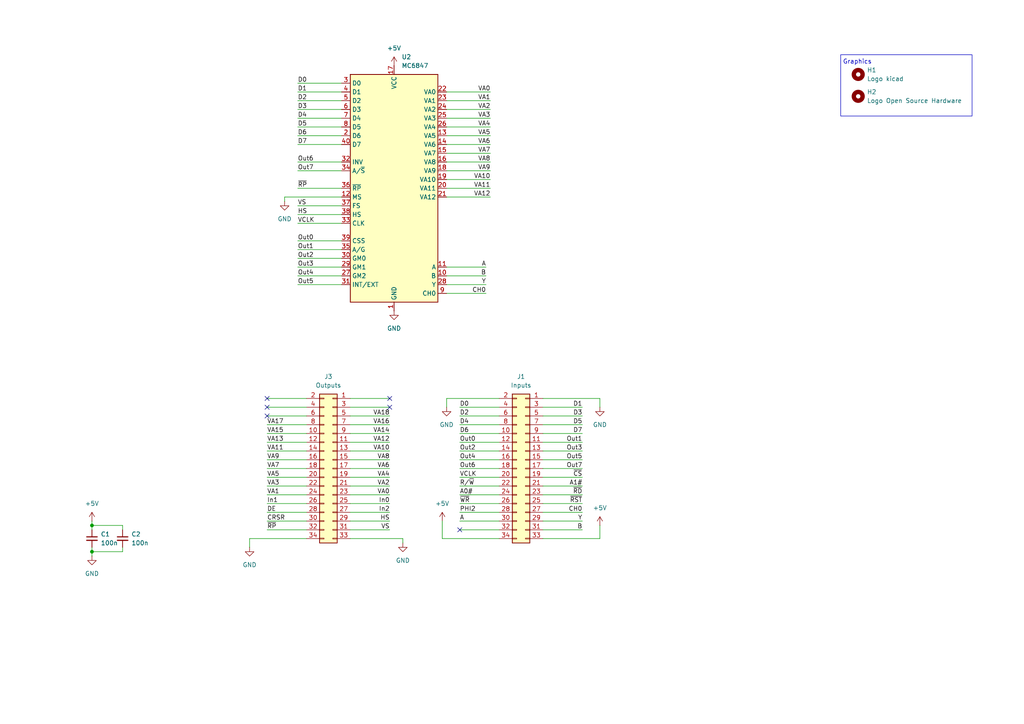
<source format=kicad_sch>
(kicad_sch (version 20231120) (generator "eeschema") (generator_version "8.0")
  (paper "A4")
  (title_block (title "Unicomp v3 - Video Board - MC9847 Adapter") (date "2025-01-28") (rev "v0.1") (company "100% Offner") (comment 1 "v0.1: Initial"))
  (lib_symbols
    (symbol "Connector_Generic:Conn_02x17_Odd_Even" (pin_names (offset 1.016) hide)
      (property "Reference" "J" (at 1.27 22.86 0))
      (property "Value" "Conn_02x17_Odd_Even" (at 1.27 -22.86 0))
      (symbol "Conn_02x17_Odd_Even_1_1"
        (rectangle (start -1.27 -20.193) (end 0 -20.447) (stroke (width 0.1524)))
        (rectangle (start -1.27 -17.653) (end 0 -17.907) (stroke (width 0.1524)))
        (rectangle (start -1.27 -15.113) (end 0 -15.367) (stroke (width 0.1524)))
        (rectangle (start -1.27 -12.573) (end 0 -12.827) (stroke (width 0.1524)))
        (rectangle (start -1.27 -10.033) (end 0 -10.287) (stroke (width 0.1524)))
        (rectangle (start -1.27 -7.493) (end 0 -7.747) (stroke (width 0.1524)))
        (rectangle (start -1.27 -4.953) (end 0 -5.207) (stroke (width 0.1524)))
        (rectangle (start -1.27 -2.413) (end 0 -2.667) (stroke (width 0.1524)))
        (rectangle (start -1.27 0.127) (end 0 -0.127) (stroke (width 0.1524)))
        (rectangle (start -1.27 2.667) (end 0 2.413) (stroke (width 0.1524)))
        (rectangle (start -1.27 5.207) (end 0 4.953) (stroke (width 0.1524)))
        (rectangle (start -1.27 7.747) (end 0 7.493) (stroke (width 0.1524)))
        (rectangle (start -1.27 10.287) (end 0 10.033) (stroke (width 0.1524)))
        (rectangle (start -1.27 12.827) (end 0 12.573) (stroke (width 0.1524)))
        (rectangle (start -1.27 15.367) (end 0 15.113) (stroke (width 0.1524)))
        (rectangle (start -1.27 17.907) (end 0 17.653) (stroke (width 0.1524)))
        (rectangle (start -1.27 20.447) (end 0 20.193) (stroke (width 0.1524)))
        (rectangle (start -1.27 21.59) (end 3.81 -21.59) (stroke (width 0.254)) (fill (type background)))
        (rectangle (start 3.81 -20.193) (end 2.54 -20.447) (stroke (width 0.1524)))
        (rectangle (start 3.81 -17.653) (end 2.54 -17.907) (stroke (width 0.1524)))
        (rectangle (start 3.81 -15.113) (end 2.54 -15.367) (stroke (width 0.1524)))
        (rectangle (start 3.81 -12.573) (end 2.54 -12.827) (stroke (width 0.1524)))
        (rectangle (start 3.81 -10.033) (end 2.54 -10.287) (stroke (width 0.1524)))
        (rectangle (start 3.81 -7.493) (end 2.54 -7.747) (stroke (width 0.1524)))
        (rectangle (start 3.81 -4.953) (end 2.54 -5.207) (stroke (width 0.1524)))
        (rectangle (start 3.81 -2.413) (end 2.54 -2.667) (stroke (width 0.1524)))
        (rectangle (start 3.81 0.127) (end 2.54 -0.127) (stroke (width 0.1524)))
        (rectangle (start 3.81 2.667) (end 2.54 2.413) (stroke (width 0.1524)))
        (rectangle (start 3.81 5.207) (end 2.54 4.953) (stroke (width 0.1524)))
        (rectangle (start 3.81 7.747) (end 2.54 7.493) (stroke (width 0.1524)))
        (rectangle (start 3.81 10.287) (end 2.54 10.033) (stroke (width 0.1524)))
        (rectangle (start 3.81 12.827) (end 2.54 12.573) (stroke (width 0.1524)))
        (rectangle (start 3.81 15.367) (end 2.54 15.113) (stroke (width 0.1524)))
        (rectangle (start 3.81 17.907) (end 2.54 17.653) (stroke (width 0.1524)))
        (rectangle (start 3.81 20.447) (end 2.54 20.193) (stroke (width 0.1524)))
        (pin passive line (at -5.08 20.32 0) (length 3.81) (name "Pin_1") (number "1"))
        (pin passive line (at 7.62 10.16 180) (length 3.81) (name "Pin_10") (number "10"))
        (pin passive line (at -5.08 7.62 0) (length 3.81) (name "Pin_11") (number "11"))
        (pin passive line (at 7.62 7.62 180) (length 3.81) (name "Pin_12") (number "12"))
        (pin passive line (at -5.08 5.08 0) (length 3.81) (name "Pin_13") (number "13"))
        (pin passive line (at 7.62 5.08 180) (length 3.81) (name "Pin_14") (number "14"))
        (pin passive line (at -5.08 2.54 0) (length 3.81) (name "Pin_15") (number "15"))
        (pin passive line (at 7.62 2.54 180) (length 3.81) (name "Pin_16") (number "16"))
        (pin passive line (at -5.08 0 0) (length 3.81) (name "Pin_17") (number "17"))
        (pin passive line (at 7.62 0 180) (length 3.81) (name "Pin_18") (number "18"))
        (pin passive line (at -5.08 -2.54 0) (length 3.81) (name "Pin_19") (number "19"))
        (pin passive line (at 7.62 20.32 180) (length 3.81) (name "Pin_2") (number "2"))
        (pin passive line (at 7.62 -2.54 180) (length 3.81) (name "Pin_20") (number "20"))
        (pin passive line (at -5.08 -5.08 0) (length 3.81) (name "Pin_21") (number "21"))
        (pin passive line (at 7.62 -5.08 180) (length 3.81) (name "Pin_22") (number "22"))
        (pin passive line (at -5.08 -7.62 0) (length 3.81) (name "Pin_23") (number "23"))
        (pin passive line (at 7.62 -7.62 180) (length 3.81) (name "Pin_24") (number "24"))
        (pin passive line (at -5.08 -10.16 0) (length 3.81) (name "Pin_25") (number "25"))
        (pin passive line (at 7.62 -10.16 180) (length 3.81) (name "Pin_26") (number "26"))
        (pin passive line (at -5.08 -12.7 0) (length 3.81) (name "Pin_27") (number "27"))
        (pin passive line (at 7.62 -12.7 180) (length 3.81) (name "Pin_28") (number "28"))
        (pin passive line (at -5.08 -15.24 0) (length 3.81) (name "Pin_29") (number "29"))
        (pin passive line (at -5.08 17.78 0) (length 3.81) (name "Pin_3") (number "3"))
        (pin passive line (at 7.62 -15.24 180) (length 3.81) (name "Pin_30") (number "30"))
        (pin passive line (at -5.08 -17.78 0) (length 3.81) (name "Pin_31") (number "31"))
        (pin passive line (at 7.62 -17.78 180) (length 3.81) (name "Pin_32") (number "32"))
        (pin passive line (at -5.08 -20.32 0) (length 3.81) (name "Pin_33") (number "33"))
        (pin passive line (at 7.62 -20.32 180) (length 3.81) (name "Pin_34") (number "34"))
        (pin passive line (at 7.62 17.78 180) (length 3.81) (name "Pin_4") (number "4"))
        (pin passive line (at -5.08 15.24 0) (length 3.81) (name "Pin_5") (number "5"))
        (pin passive line (at 7.62 15.24 180) (length 3.81) (name "Pin_6") (number "6"))
        (pin passive line (at -5.08 12.7 0) (length 3.81) (name "Pin_7") (number "7"))
        (pin passive line (at 7.62 12.7 180) (length 3.81) (name "Pin_8") (number "8"))
        (pin passive line (at -5.08 10.16 0) (length 3.81) (name "Pin_9") (number "9"))
      )
    )
    (symbol "Device:C_Small" (pin_numbers hide) (pin_names (offset 0.254) hide)
      (property "Reference" "C" (at 0.254 1.778 0))
      (property "Value" "C_Small" (at 0.254 -2.032 0))
      (symbol "C_Small_0_1"
        (polyline (pts (xy -1.524 -0.508) (xy 1.524 -0.508)) (stroke (width 0.3302)))
        (polyline (pts (xy -1.524 0.508) (xy 1.524 0.508)) (stroke (width 0.3048)))
      )
      (symbol "C_Small_1_1"
        (pin passive line (at 0 2.54 270) (length 2.032) (name "~") (number "1"))
        (pin passive line (at 0 -2.54 90) (length 2.032) (name "~") (number "2"))
      )
    )
    (symbol "Mechanical:MountingHole" (pin_names (offset 1.016)) (exclude_from_sim yes) (in_bom no)
      (property "Reference" "H" (at 0 5.08 0))
      (property "Value" "MountingHole" (at 0 3.175 0))
      (symbol "MountingHole_0_1"
        (circle (center 0 0) (radius 1.27) (stroke (width 1.27)))
      )
    )
    (symbol "my_ics_new:MC6847"
      (property "Reference" "U" (at 3.81 36.83 0))
      (property "Value" "MC6847" (at 6.35 34.29 0))
      (symbol "MC6847_0_1"
        (rectangle (start -11.43 -33.02) (end 13.97 33.02) (stroke (width 0.254)) (fill (type background)))
      )
      (symbol "MC6847_1_1"
        (pin power_in line (at 1.27 -35.56 90) (length 2.54) (name "GND") (number "1"))
        (pin output line (at 16.51 -25.4 180) (length 2.54) (name "B") (number "10"))
        (pin output line (at 16.51 -22.86 180) (length 2.54) (name "A") (number "11"))
        (pin input line (at -13.97 -2.54 0) (length 2.54) (name "MS") (number "12"))
        (pin output line (at 16.51 15.24 180) (length 2.54) (name "VA5") (number "13"))
        (pin output line (at 16.51 12.7 180) (length 2.54) (name "VA6") (number "14"))
        (pin output line (at 16.51 10.16 180) (length 2.54) (name "VA7") (number "15"))
        (pin output line (at 16.51 7.62 180) (length 2.54) (name "VA8") (number "16"))
        (pin power_in line (at 1.27 35.56 270) (length 2.54) (name "VCC") (number "17"))
        (pin output line (at 16.51 5.08 180) (length 2.54) (name "VA9") (number "18"))
        (pin output line (at 16.51 2.54 180) (length 2.54) (name "VA10") (number "19"))
        (pin bidirectional line (at -13.97 15.24 0) (length 2.54) (name "D6") (number "2"))
        (pin output line (at 16.51 0 180) (length 2.54) (name "VA11") (number "20"))
        (pin output line (at 16.51 -2.54 180) (length 2.54) (name "VA12") (number "21"))
        (pin output line (at 16.51 27.94 180) (length 2.54) (name "VA0") (number "22"))
        (pin output line (at 16.51 25.4 180) (length 2.54) (name "VA1") (number "23"))
        (pin output line (at 16.51 22.86 180) (length 2.54) (name "VA2") (number "24"))
        (pin output line (at 16.51 20.32 180) (length 2.54) (name "VA3") (number "25"))
        (pin output line (at 16.51 17.78 180) (length 2.54) (name "VA4") (number "26"))
        (pin input line (at -13.97 -25.4 0) (length 2.54) (name "GM2") (number "27"))
        (pin output line (at 16.51 -27.94 180) (length 2.54) (name "Y") (number "28"))
        (pin input line (at -13.97 -22.86 0) (length 2.54) (name "GM1") (number "29"))
        (pin bidirectional line (at -13.97 30.48 0) (length 2.54) (name "D0") (number "3"))
        (pin input line (at -13.97 -20.32 0) (length 2.54) (name "GM0") (number "30"))
        (pin input line (at -13.97 -27.94 0) (length 2.54) (name "INT/EXT") (number "31"))
        (pin input line (at -13.97 7.62 0) (length 2.54) (name "INV") (number "32"))
        (pin input line (at -13.97 -10.16 0) (length 2.54) (name "CLK") (number "33"))
        (pin input line (at -13.97 5.08 0) (length 2.54) (name "A/~{S}") (number "34"))
        (pin input line (at -13.97 -17.78 0) (length 2.54) (name "A/G") (number "35"))
        (pin input line (at -13.97 0 0) (length 2.54) (name "~{RP}") (number "36"))
        (pin input line (at -13.97 -5.08 0) (length 2.54) (name "FS") (number "37"))
        (pin input line (at -13.97 -7.62 0) (length 2.54) (name "HS") (number "38"))
        (pin input line (at -13.97 -15.24 0) (length 2.54) (name "CSS") (number "39"))
        (pin bidirectional line (at -13.97 27.94 0) (length 2.54) (name "D1") (number "4"))
        (pin bidirectional line (at -13.97 12.7 0) (length 2.54) (name "D7") (number "40"))
        (pin bidirectional line (at -13.97 25.4 0) (length 2.54) (name "D2") (number "5"))
        (pin bidirectional line (at -13.97 22.86 0) (length 2.54) (name "D3") (number "6"))
        (pin bidirectional line (at -13.97 20.32 0) (length 2.54) (name "D4") (number "7"))
        (pin bidirectional line (at -13.97 17.78 0) (length 2.54) (name "D5") (number "8"))
        (pin output line (at 16.51 -30.48 180) (length 2.54) (name "CH0") (number "9"))
      )
    )
    (symbol "power:+5V" (power) (pin_numbers hide) (pin_names (offset 0) hide)
      (property "Value" "+5V" (at 0 3.556 0))
      (symbol "+5V_0_1"
        (polyline (pts (xy -0.762 1.27) (xy 0 2.54)))
        (polyline (pts (xy 0 0) (xy 0 2.54)))
        (polyline (pts (xy 0 2.54) (xy 0.762 1.27)))
      )
      (symbol "+5V_1_1"
        (pin power_in line (at 0 0 90) (length 0) (name "~") (number "1"))
      )
    )
    (symbol "power:GND" (power) (pin_numbers hide) (pin_names (offset 0) hide)
      (property "Value" "GND" (at 0 -3.81 0))
      (symbol "GND_0_1"
        (polyline (pts (xy 0 0) (xy 0 -1.27) (xy 1.27 -1.27) (xy 0 -2.54) (xy -1.27 -1.27) (xy 0 -1.27)))
      )
      (symbol "GND_1_1"
        (pin power_in line (at 0 0 270) (length 0) (name "~") (number "1"))
      )
    )
  )
  (junction (at 26.67 160.02))
  (junction (at 26.67 152.4))
  (no_connect (at 77.47 120.65))
  (no_connect (at 77.47 118.11))
  (no_connect (at 113.03 115.57))
  (no_connect (at 113.03 118.11))
  (no_connect (at 133.35 153.67))
  (no_connect (at 77.47 115.57))
  (wire (pts (xy 86.36 62.23) (xy 99.06 62.23)))
  (wire (pts (xy 86.36 39.37) (xy 99.06 39.37)))
  (wire (pts (xy 101.6 123.19) (xy 113.03 123.19)))
  (wire (pts (xy 133.35 133.35) (xy 144.78 133.35)))
  (wire (pts (xy 133.35 140.97) (xy 144.78 140.97)))
  (wire (pts (xy 116.84 157.48) (xy 116.84 156.21)))
  (wire (pts (xy 101.6 148.59) (xy 113.03 148.59)))
  (wire (pts (xy 77.47 125.73) (xy 88.9 125.73)))
  (wire (pts (xy 129.54 77.47) (xy 140.97 77.47)))
  (wire (pts (xy 133.35 153.67) (xy 144.78 153.67)))
  (wire (pts (xy 101.6 153.67) (xy 113.03 153.67)))
  (wire (pts (xy 157.48 146.05) (xy 168.91 146.05)))
  (wire (pts (xy 86.36 54.61) (xy 99.06 54.61)))
  (wire (pts (xy 101.6 143.51) (xy 113.03 143.51)))
  (wire (pts (xy 129.54 44.45) (xy 142.24 44.45)))
  (wire (pts (xy 129.54 26.67) (xy 142.24 26.67)))
  (wire (pts (xy 173.99 152.4) (xy 173.99 156.21)))
  (wire (pts (xy 86.36 31.75) (xy 99.06 31.75)))
  (wire (pts (xy 86.36 59.69) (xy 99.06 59.69)))
  (wire (pts (xy 72.39 158.75) (xy 72.39 156.21)))
  (wire (pts (xy 129.54 34.29) (xy 142.24 34.29)))
  (wire (pts (xy 133.35 151.13) (xy 144.78 151.13)))
  (wire (pts (xy 129.54 118.11) (xy 129.54 115.57)))
  (wire (pts (xy 77.47 135.89) (xy 88.9 135.89)))
  (wire (pts (xy 133.35 146.05) (xy 144.78 146.05)))
  (wire (pts (xy 101.6 125.73) (xy 113.03 125.73)))
  (wire (pts (xy 133.35 120.65) (xy 144.78 120.65)))
  (wire (pts (xy 157.48 151.13) (xy 168.91 151.13)))
  (wire (pts (xy 128.27 156.21) (xy 144.78 156.21)))
  (wire (pts (xy 101.6 130.81) (xy 113.03 130.81)))
  (wire (pts (xy 157.48 156.21) (xy 173.99 156.21)))
  (wire (pts (xy 26.67 152.4) (xy 26.67 153.67)))
  (wire (pts (xy 157.48 138.43) (xy 168.91 138.43)))
  (wire (pts (xy 26.67 151.13) (xy 26.67 152.4)))
  (wire (pts (xy 157.48 123.19) (xy 168.91 123.19)))
  (wire (pts (xy 101.6 138.43) (xy 113.03 138.43)))
  (wire (pts (xy 101.6 146.05) (xy 113.03 146.05)))
  (wire (pts (xy 133.35 148.59) (xy 144.78 148.59)))
  (wire (pts (xy 77.47 146.05) (xy 88.9 146.05)))
  (wire (pts (xy 77.47 133.35) (xy 88.9 133.35)))
  (wire (pts (xy 129.54 57.15) (xy 142.24 57.15)))
  (wire (pts (xy 129.54 29.21) (xy 142.24 29.21)))
  (wire (pts (xy 77.47 115.57) (xy 88.9 115.57)))
  (wire (pts (xy 77.47 138.43) (xy 88.9 138.43)))
  (wire (pts (xy 82.55 58.42) (xy 82.55 57.15)))
  (wire (pts (xy 77.47 148.59) (xy 88.9 148.59)))
  (wire (pts (xy 129.54 49.53) (xy 142.24 49.53)))
  (wire (pts (xy 86.36 72.39) (xy 99.06 72.39)))
  (wire (pts (xy 101.6 115.57) (xy 113.03 115.57)))
  (wire (pts (xy 133.35 130.81) (xy 144.78 130.81)))
  (wire (pts (xy 77.47 140.97) (xy 88.9 140.97)))
  (wire (pts (xy 128.27 151.13) (xy 128.27 156.21)))
  (wire (pts (xy 129.54 39.37) (xy 142.24 39.37)))
  (wire (pts (xy 26.67 152.4) (xy 35.56 152.4)))
  (wire (pts (xy 133.35 125.73) (xy 144.78 125.73)))
  (wire (pts (xy 157.48 130.81) (xy 168.91 130.81)))
  (wire (pts (xy 157.48 118.11) (xy 168.91 118.11)))
  (wire (pts (xy 101.6 120.65) (xy 113.03 120.65)))
  (wire (pts (xy 157.48 120.65) (xy 168.91 120.65)))
  (wire (pts (xy 157.48 140.97) (xy 168.91 140.97)))
  (wire (pts (xy 133.35 118.11) (xy 144.78 118.11)))
  (wire (pts (xy 86.36 69.85) (xy 99.06 69.85)))
  (wire (pts (xy 157.48 143.51) (xy 168.91 143.51)))
  (wire (pts (xy 129.54 36.83) (xy 142.24 36.83)))
  (wire (pts (xy 101.6 151.13) (xy 113.03 151.13)))
  (wire (pts (xy 86.36 36.83) (xy 99.06 36.83)))
  (wire (pts (xy 157.48 115.57) (xy 173.99 115.57)))
  (wire (pts (xy 72.39 156.21) (xy 88.9 156.21)))
  (wire (pts (xy 157.48 128.27) (xy 168.91 128.27)))
  (wire (pts (xy 157.48 148.59) (xy 168.91 148.59)))
  (wire (pts (xy 157.48 125.73) (xy 168.91 125.73)))
  (wire (pts (xy 101.6 133.35) (xy 113.03 133.35)))
  (wire (pts (xy 129.54 82.55) (xy 140.97 82.55)))
  (wire (pts (xy 157.48 153.67) (xy 168.91 153.67)))
  (wire (pts (xy 86.36 64.77) (xy 99.06 64.77)))
  (wire (pts (xy 86.36 26.67) (xy 99.06 26.67)))
  (wire (pts (xy 77.47 128.27) (xy 88.9 128.27)))
  (wire (pts (xy 86.36 77.47) (xy 99.06 77.47)))
  (wire (pts (xy 77.47 153.67) (xy 88.9 153.67)))
  (wire (pts (xy 101.6 140.97) (xy 113.03 140.97)))
  (wire (pts (xy 129.54 54.61) (xy 142.24 54.61)))
  (wire (pts (xy 82.55 57.15) (xy 99.06 57.15)))
  (wire (pts (xy 77.47 130.81) (xy 88.9 130.81)))
  (wire (pts (xy 101.6 156.21) (xy 116.84 156.21)))
  (wire (pts (xy 129.54 85.09) (xy 140.97 85.09)))
  (wire (pts (xy 129.54 80.01) (xy 140.97 80.01)))
  (wire (pts (xy 133.35 128.27) (xy 144.78 128.27)))
  (wire (pts (xy 157.48 135.89) (xy 168.91 135.89)))
  (wire (pts (xy 173.99 115.57) (xy 173.99 118.11)))
  (wire (pts (xy 86.36 80.01) (xy 99.06 80.01)))
  (wire (pts (xy 35.56 158.75) (xy 35.56 160.02)))
  (wire (pts (xy 133.35 135.89) (xy 144.78 135.89)))
  (wire (pts (xy 86.36 46.99) (xy 99.06 46.99)))
  (wire (pts (xy 133.35 143.51) (xy 144.78 143.51)))
  (wire (pts (xy 86.36 24.13) (xy 99.06 24.13)))
  (wire (pts (xy 77.47 120.65) (xy 88.9 120.65)))
  (wire (pts (xy 157.48 133.35) (xy 168.91 133.35)))
  (wire (pts (xy 129.54 52.07) (xy 142.24 52.07)))
  (wire (pts (xy 77.47 118.11) (xy 88.9 118.11)))
  (wire (pts (xy 101.6 135.89) (xy 113.03 135.89)))
  (wire (pts (xy 86.36 49.53) (xy 99.06 49.53)))
  (wire (pts (xy 86.36 41.91) (xy 99.06 41.91)))
  (wire (pts (xy 133.35 123.19) (xy 144.78 123.19)))
  (wire (pts (xy 77.47 151.13) (xy 88.9 151.13)))
  (wire (pts (xy 86.36 34.29) (xy 99.06 34.29)))
  (wire (pts (xy 129.54 115.57) (xy 144.78 115.57)))
  (wire (pts (xy 133.35 138.43) (xy 144.78 138.43)))
  (wire (pts (xy 35.56 153.67) (xy 35.56 152.4)))
  (wire (pts (xy 129.54 31.75) (xy 142.24 31.75)))
  (wire (pts (xy 26.67 161.29) (xy 26.67 160.02)))
  (wire (pts (xy 26.67 160.02) (xy 26.67 158.75)))
  (wire (pts (xy 86.36 29.21) (xy 99.06 29.21)))
  (wire (pts (xy 129.54 41.91) (xy 142.24 41.91)))
  (wire (pts (xy 101.6 118.11) (xy 113.03 118.11)))
  (wire (pts (xy 86.36 82.55) (xy 99.06 82.55)))
  (wire (pts (xy 129.54 46.99) (xy 142.24 46.99)))
  (wire (pts (xy 77.47 143.51) (xy 88.9 143.51)))
  (wire (pts (xy 101.6 128.27) (xy 113.03 128.27)))
  (wire (pts (xy 26.67 160.02) (xy 35.56 160.02)))
  (wire (pts (xy 86.36 74.93) (xy 99.06 74.93)))
  (wire (pts (xy 77.47 123.19) (xy 88.9 123.19)))
  (rectangle (start 243.84 15.875) (end 281.94 33.655))
  (text "Graphics" (at 248.666 18.034 0) (effects (font (size 1.27 1.27))))
  (label "VCLK" (at 133.35 138.43 0))
  (label "D5" (at 168.91 123.19 180))
  (label "VA1" (at 142.24 29.21 180))
  (label "VA3" (at 142.24 34.29 180))
  (label "VA3" (at 77.47 140.97 0))
  (label "D2" (at 86.36 29.21 0))
  (label "D1" (at 168.91 118.11 180))
  (label "D5" (at 86.36 36.83 0))
  (label "D1" (at 86.36 26.67 0))
  (label "VA1" (at 77.47 143.51 0))
  (label "A0#" (at 133.35 143.51 0))
  (label "PHI2" (at 133.35 148.59 0))
  (label "VA15" (at 77.47 125.73 0))
  (label "A" (at 133.35 151.13 0))
  (label "Out7" (at 86.36 49.53 0))
  (label "VA16" (at 113.03 123.19 180))
  (label "A" (at 140.97 77.47 180))
  (label "Out6" (at 86.36 46.99 0))
  (label "VA0" (at 113.03 143.51 180))
  (label "DE" (at 77.47 148.59 0))
  (label "Out7" (at 168.91 135.89 180))
  (label "D4" (at 86.36 34.29 0))
  (label "~{CS}" (at 168.91 138.43 180))
  (label "A1#" (at 168.91 140.97 180))
  (label "Out2" (at 133.35 130.81 0))
  (label "VA7" (at 77.47 135.89 0))
  (label "Y" (at 168.91 151.13 180))
  (label "In0" (at 113.03 146.05 180))
  (label "CRSR" (at 77.47 151.13 0))
  (label "D4" (at 133.35 123.19 0))
  (label "VS" (at 86.36 59.69 0))
  (label "VA18" (at 113.03 120.65 180))
  (label "D7" (at 168.91 125.73 180))
  (label "D3" (at 86.36 31.75 0))
  (label "D0" (at 133.35 118.11 0))
  (label "VA6" (at 113.03 135.89 180))
  (label "R{slash}~{W}" (at 133.35 140.97 0))
  (label "VA8" (at 113.03 133.35 180))
  (label "Out4" (at 86.36 80.01 0))
  (label "~{RST}" (at 168.91 146.05 180))
  (label "Out1" (at 168.91 128.27 180))
  (label "D6" (at 86.36 39.37 0))
  (label "VA5" (at 77.47 138.43 0))
  (label "Out4" (at 133.35 133.35 0))
  (label "In1" (at 77.47 146.05 0))
  (label "Out3" (at 86.36 77.47 0))
  (label "VA9" (at 142.24 49.53 180))
  (label "~{RP}" (at 77.47 153.67 0))
  (label "VA11" (at 77.47 130.81 0))
  (label "Out3" (at 168.91 130.81 180))
  (label "VA6" (at 142.24 41.91 180))
  (label "B" (at 168.91 153.67 180))
  (label "D6" (at 133.35 125.73 0))
  (label "CH0" (at 140.97 85.09 180))
  (label "D3" (at 168.91 120.65 180))
  (label "VA12" (at 113.03 128.27 180))
  (label "CH0" (at 168.91 148.59 180))
  (label "VA14" (at 113.03 125.73 180))
  (label "~{RP}" (at 86.36 54.61 0))
  (label "HS" (at 113.03 151.13 180))
  (label "VS" (at 113.03 153.67 180))
  (label "~{RD}" (at 168.91 143.51 180))
  (label "VA9" (at 77.47 133.35 0))
  (label "Out0" (at 133.35 128.27 0))
  (label "Out1" (at 86.36 72.39 0))
  (label "In2" (at 113.03 148.59 180))
  (label "VA5" (at 142.24 39.37 180))
  (label "Out2" (at 86.36 74.93 0))
  (label "VA4" (at 113.03 138.43 180))
  (label "VA10" (at 113.03 130.81 180))
  (label "VA11" (at 142.24 54.61 180))
  (label "VA12" (at 142.24 57.15 180))
  (label "VA8" (at 142.24 46.99 180))
  (label "Y" (at 140.97 82.55 180))
  (label "VA13" (at 77.47 128.27 0))
  (label "Out6" (at 133.35 135.89 0))
  (label "~{WR}" (at 133.35 146.05 0))
  (label "VA7" (at 142.24 44.45 180))
  (label "VCLK" (at 86.36 64.77 0))
  (label "Out5" (at 86.36 82.55 0))
  (label "VA0" (at 142.24 26.67 180))
  (label "VA2" (at 113.03 140.97 180))
  (label "B" (at 140.97 80.01 180))
  (label "D0" (at 86.36 24.13 0))
  (label "D2" (at 133.35 120.65 0))
  (label "Out0" (at 86.36 69.85 0))
  (label "D7" (at 86.36 41.91 0))
  (label "VA10" (at 142.24 52.07 180))
  (label "Out5" (at 168.91 133.35 180))
  (label "HS" (at 86.36 62.23 0))
  (label "VA2" (at 142.24 31.75 180))
  (label "VA17" (at 77.47 123.19 0))
  (label "VA4" (at 142.24 36.83 180))
  (symbol (lib_id "power:+5V") (at 173.99 152.4 0) (unit 1)
    (property "Reference" "#PWR024" (effects (hide yes)))
    (property "Value" "+5V" (at 173.99 147.32 0))
    (property "Description" "Power symbol creates a global label with name \"+5V\"" (effects (hide yes)))
  )
  (symbol (lib_id "power:+5V") (at 26.67 151.13 0) (unit 1)
    (property "Reference" "#PWR04" (effects (hide yes)))
    (property "Value" "+5V" (at 26.67 146.05 0))
    (property "Description" "Power symbol creates a global label with name \"+5V\"" (effects (hide yes)))
  )
  (symbol (lib_id "Device:C_Small") (at 35.56 156.21 0) (unit 1)
    (property "Reference" "C2" (at 38.1 154.9462 0) (effects (justify left)))
    (property "Value" "100n" (at 38.1 157.4862 0) (effects (justify left)))
    (property "Footprint" "Capacitor_SMD:C_1206_3216Metric_Pad1.33x1.80mm_HandSolder" (effects (hide yes)))
    (property "Description" "Unpolarized capacitor, small symbol" (effects (hide yes)))
  )
  (symbol (lib_id "Mechanical:MountingHole") (at 248.92 27.94 0) (unit 1) (exclude_from_sim yes) (in_bom no)
    (property "Reference" "H2" (at 251.46 26.6699 0) (effects (justify left)))
    (property "Value" "Logo Open Source Hardware" (at 251.46 29.2099 0) (effects (justify left)))
    (property "Footprint" "Symbol:OSHW-Logo2_7.3x6mm_SilkScreen" (effects (hide yes)))
    (property "Description" "Mounting Hole without connection" (effects (hide yes)))
  )
  (symbol (lib_id "power:GND") (at 72.39 158.75 0) (unit 1)
    (property "Reference" "#PWR01" (effects (hide yes)))
    (property "Value" "GND" (at 72.39 163.83 0))
    (property "Description" "Power symbol creates a global label with name \"GND\" , ground" (effects (hide yes)))
  )
  (symbol (lib_id "power:+5V") (at 128.27 151.13 0) (unit 1)
    (property "Reference" "#PWR021" (effects (hide yes)))
    (property "Value" "+5V" (at 128.27 146.05 0))
    (property "Description" "Power symbol creates a global label with name \"+5V\"" (effects (hide yes)))
  )
  (symbol (lib_id "Connector_Generic:Conn_02x17_Odd_Even") (at 152.4 135.89 0) (mirror y) (unit 1)
    (property "Reference" "J1" (at 151.13 109.22 0))
    (property "Value" "Inputs" (at 151.13 111.76 0))
    (property "Footprint" "Connector_PinHeader_2.54mm:PinHeader_2x17_P2.54mm_Vertical" (effects (hide yes)))
    (property "Description" "Generic connector, double row, 02x17, odd/even pin numbering scheme (row 1 odd numbers, row 2 even numbers), script generated (kicad-library-utils/schlib/autogen/connector/)" (effects (hide yes)))
  )
  (symbol (lib_id "Mechanical:MountingHole") (at 248.92 21.59 0) (unit 1) (exclude_from_sim yes) (in_bom no)
    (property "Reference" "H1" (at 251.46 20.3199 0) (effects (justify left)))
    (property "Value" "Logo kicad" (at 251.46 22.8599 0) (effects (justify left)))
    (property "Footprint" "Symbol:KiCad-Logo2_6mm_SilkScreen" (effects (hide yes)))
    (property "Description" "Mounting Hole without connection" (effects (hide yes)))
  )
  (symbol (lib_id "power:GND") (at 173.99 118.11 0) (unit 1)
    (property "Reference" "#PWR023" (effects (hide yes)))
    (property "Value" "GND" (at 173.99 123.19 0))
    (property "Description" "Power symbol creates a global label with name \"GND\" , ground" (effects (hide yes)))
  )
  (symbol (lib_id "power:GND") (at 82.55 58.42 0) (unit 1)
    (property "Reference" "#PWR011" (effects (hide yes)))
    (property "Value" "GND" (at 82.55 63.5 0))
    (property "Description" "Power symbol creates a global label with name \"GND\" , ground" (effects (hide yes)))
  )
  (symbol (lib_id "power:GND") (at 129.54 118.11 0) (unit 1)
    (property "Reference" "#PWR022" (effects (hide yes)))
    (property "Value" "GND" (at 129.54 123.19 0))
    (property "Description" "Power symbol creates a global label with name \"GND\" , ground" (effects (hide yes)))
  )
  (symbol (lib_id "my_ics_new:MC6847") (at 113.03 54.61 0) (unit 1)
    (property "Reference" "U2" (at 116.4941 16.51 0) (effects (justify left)))
    (property "Value" "MC6847" (at 116.4941 19.05 0) (effects (justify left)))
    (property "Footprint" "Package_DIP:DIP-40_W15.24mm" (effects (hide yes)))
  )
  (symbol (lib_id "Connector_Generic:Conn_02x17_Odd_Even") (at 96.52 135.89 0) (mirror y) (unit 1)
    (property "Reference" "J3" (at 95.25 109.22 0))
    (property "Value" "Outputs" (at 95.25 111.76 0))
    (property "Footprint" "Connector_PinHeader_2.54mm:PinHeader_2x17_P2.54mm_Vertical" (effects (hide yes)))
    (property "Description" "Generic connector, double row, 02x17, odd/even pin numbering scheme (row 1 odd numbers, row 2 even numbers), script generated (kicad-library-utils/schlib/autogen/connector/)" (effects (hide yes)))
  )
  (symbol (lib_id "power:GND") (at 26.67 161.29 0) (unit 1)
    (property "Reference" "#PWR03" (effects (hide yes)))
    (property "Value" "GND" (at 26.67 166.37 0))
    (property "Description" "Power symbol creates a global label with name \"GND\" , ground" (effects (hide yes)))
  )
  (symbol (lib_id "power:+5V") (at 114.3 19.05 0) (unit 1)
    (property "Reference" "#PWR05" (effects (hide yes)))
    (property "Value" "+5V" (at 114.3 13.97 0))
    (property "Description" "Power symbol creates a global label with name \"+5V\"" (effects (hide yes)))
  )
  (symbol (lib_id "Device:C_Small") (at 26.67 156.21 0) (unit 1)
    (property "Reference" "C1" (at 29.21 154.9462 0) (effects (justify left)))
    (property "Value" "100n" (at 29.21 157.4862 0) (effects (justify left)))
    (property "Footprint" "Capacitor_SMD:C_1206_3216Metric_Pad1.33x1.80mm_HandSolder" (effects (hide yes)))
    (property "Description" "Unpolarized capacitor, small symbol" (effects (hide yes)))
  )
  (symbol (lib_id "power:GND") (at 114.3 90.17 0) (unit 1)
    (property "Reference" "#PWR06" (effects (hide yes)))
    (property "Value" "GND" (at 114.3 95.25 0))
    (property "Description" "Power symbol creates a global label with name \"GND\" , ground" (effects (hide yes)))
  )
  (symbol (lib_id "power:GND") (at 116.84 157.48 0) (unit 1)
    (property "Reference" "#PWR02" (effects (hide yes)))
    (property "Value" "GND" (at 116.84 162.56 0))
    (property "Description" "Power symbol creates a global label with name \"GND\" , ground" (effects (hide yes)))
  )
)
</source>
